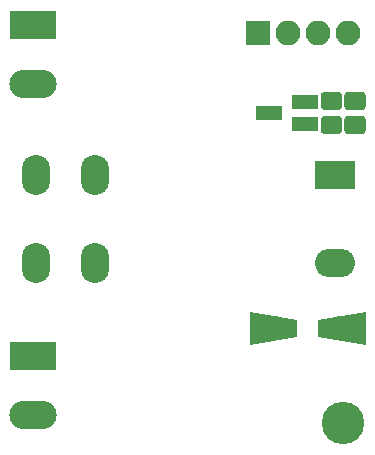
<source format=gbr>
G04 #@! TF.GenerationSoftware,KiCad,Pcbnew,(5.0.1-dev-70-gb7b125d83)*
G04 #@! TF.CreationDate,2018-10-10T22:00:42+02:00*
G04 #@! TF.ProjectId,relay-board,72656C61792D626F6172642E6B696361,rev?*
G04 #@! TF.SameCoordinates,Original*
G04 #@! TF.FileFunction,Soldermask,Top*
G04 #@! TF.FilePolarity,Negative*
%FSLAX46Y46*%
G04 Gerber Fmt 4.6, Leading zero omitted, Abs format (unit mm)*
G04 Created by KiCad (PCBNEW (5.0.1-dev-70-gb7b125d83)) date 10/10/18 22:00:42*
%MOMM*%
%LPD*%
G01*
G04 APERTURE LIST*
%ADD10C,3.600000*%
%ADD11C,2.076870*%
%ADD12C,0.100000*%
%ADD13R,4.000000X2.400000*%
%ADD14O,4.000000X2.400000*%
%ADD15R,2.100000X2.100000*%
%ADD16O,2.100000X2.100000*%
%ADD17R,2.300000X1.200000*%
%ADD18C,1.550000*%
%ADD19R,3.400000X2.400000*%
%ADD20O,3.400000X2.400000*%
%ADD21O,2.400000X3.400000*%
G04 APERTURE END LIST*
D10*
G04 #@! TO.C,REF\002A\002A*
X104500000Y-111000000D03*
G04 #@! TD*
D11*
G04 #@! TO.C,D1*
X104400000Y-103000000D03*
D12*
G36*
X106400000Y-101613908D02*
X106400000Y-104386092D01*
X102400000Y-103719426D01*
X102400000Y-102280574D01*
X106400000Y-101613908D01*
X106400000Y-101613908D01*
G37*
D11*
X98600000Y-103000000D03*
D12*
G36*
X96600000Y-104386092D02*
X96600000Y-101613908D01*
X100600000Y-102280574D01*
X100600000Y-103719426D01*
X96600000Y-104386092D01*
X96600000Y-104386092D01*
G37*
G04 #@! TD*
D13*
G04 #@! TO.C,J1*
X78200000Y-77300000D03*
D14*
X78200000Y-82300000D03*
G04 #@! TD*
G04 #@! TO.C,J2*
X78200000Y-110300000D03*
D13*
X78200000Y-105300000D03*
G04 #@! TD*
D15*
G04 #@! TO.C,J3*
X97250000Y-78000000D03*
D16*
X99790000Y-78000000D03*
X102330000Y-78000000D03*
X104870000Y-78000000D03*
G04 #@! TD*
D17*
G04 #@! TO.C,Q1*
X101250000Y-85700000D03*
X101250000Y-83800000D03*
X98250000Y-84750000D03*
G04 #@! TD*
D12*
G04 #@! TO.C,R1*
G36*
X106096071Y-82951623D02*
X106128781Y-82956475D01*
X106160857Y-82964509D01*
X106191991Y-82975649D01*
X106221884Y-82989787D01*
X106250247Y-83006787D01*
X106276807Y-83026485D01*
X106301308Y-83048692D01*
X106323515Y-83073193D01*
X106343213Y-83099753D01*
X106360213Y-83128116D01*
X106374351Y-83158009D01*
X106385491Y-83189143D01*
X106393525Y-83221219D01*
X106398377Y-83253929D01*
X106400000Y-83286956D01*
X106400000Y-84163044D01*
X106398377Y-84196071D01*
X106393525Y-84228781D01*
X106385491Y-84260857D01*
X106374351Y-84291991D01*
X106360213Y-84321884D01*
X106343213Y-84350247D01*
X106323515Y-84376807D01*
X106301308Y-84401308D01*
X106276807Y-84423515D01*
X106250247Y-84443213D01*
X106221884Y-84460213D01*
X106191991Y-84474351D01*
X106160857Y-84485491D01*
X106128781Y-84493525D01*
X106096071Y-84498377D01*
X106063044Y-84500000D01*
X104936956Y-84500000D01*
X104903929Y-84498377D01*
X104871219Y-84493525D01*
X104839143Y-84485491D01*
X104808009Y-84474351D01*
X104778116Y-84460213D01*
X104749753Y-84443213D01*
X104723193Y-84423515D01*
X104698692Y-84401308D01*
X104676485Y-84376807D01*
X104656787Y-84350247D01*
X104639787Y-84321884D01*
X104625649Y-84291991D01*
X104614509Y-84260857D01*
X104606475Y-84228781D01*
X104601623Y-84196071D01*
X104600000Y-84163044D01*
X104600000Y-83286956D01*
X104601623Y-83253929D01*
X104606475Y-83221219D01*
X104614509Y-83189143D01*
X104625649Y-83158009D01*
X104639787Y-83128116D01*
X104656787Y-83099753D01*
X104676485Y-83073193D01*
X104698692Y-83048692D01*
X104723193Y-83026485D01*
X104749753Y-83006787D01*
X104778116Y-82989787D01*
X104808009Y-82975649D01*
X104839143Y-82964509D01*
X104871219Y-82956475D01*
X104903929Y-82951623D01*
X104936956Y-82950000D01*
X106063044Y-82950000D01*
X106096071Y-82951623D01*
X106096071Y-82951623D01*
G37*
D18*
X105500000Y-83725000D03*
D12*
G36*
X106096071Y-85001623D02*
X106128781Y-85006475D01*
X106160857Y-85014509D01*
X106191991Y-85025649D01*
X106221884Y-85039787D01*
X106250247Y-85056787D01*
X106276807Y-85076485D01*
X106301308Y-85098692D01*
X106323515Y-85123193D01*
X106343213Y-85149753D01*
X106360213Y-85178116D01*
X106374351Y-85208009D01*
X106385491Y-85239143D01*
X106393525Y-85271219D01*
X106398377Y-85303929D01*
X106400000Y-85336956D01*
X106400000Y-86213044D01*
X106398377Y-86246071D01*
X106393525Y-86278781D01*
X106385491Y-86310857D01*
X106374351Y-86341991D01*
X106360213Y-86371884D01*
X106343213Y-86400247D01*
X106323515Y-86426807D01*
X106301308Y-86451308D01*
X106276807Y-86473515D01*
X106250247Y-86493213D01*
X106221884Y-86510213D01*
X106191991Y-86524351D01*
X106160857Y-86535491D01*
X106128781Y-86543525D01*
X106096071Y-86548377D01*
X106063044Y-86550000D01*
X104936956Y-86550000D01*
X104903929Y-86548377D01*
X104871219Y-86543525D01*
X104839143Y-86535491D01*
X104808009Y-86524351D01*
X104778116Y-86510213D01*
X104749753Y-86493213D01*
X104723193Y-86473515D01*
X104698692Y-86451308D01*
X104676485Y-86426807D01*
X104656787Y-86400247D01*
X104639787Y-86371884D01*
X104625649Y-86341991D01*
X104614509Y-86310857D01*
X104606475Y-86278781D01*
X104601623Y-86246071D01*
X104600000Y-86213044D01*
X104600000Y-85336956D01*
X104601623Y-85303929D01*
X104606475Y-85271219D01*
X104614509Y-85239143D01*
X104625649Y-85208009D01*
X104639787Y-85178116D01*
X104656787Y-85149753D01*
X104676485Y-85123193D01*
X104698692Y-85098692D01*
X104723193Y-85076485D01*
X104749753Y-85056787D01*
X104778116Y-85039787D01*
X104808009Y-85025649D01*
X104839143Y-85014509D01*
X104871219Y-85006475D01*
X104903929Y-85001623D01*
X104936956Y-85000000D01*
X106063044Y-85000000D01*
X106096071Y-85001623D01*
X106096071Y-85001623D01*
G37*
D18*
X105500000Y-85775000D03*
G04 #@! TD*
D12*
G04 #@! TO.C,R2*
G36*
X104096071Y-82951623D02*
X104128781Y-82956475D01*
X104160857Y-82964509D01*
X104191991Y-82975649D01*
X104221884Y-82989787D01*
X104250247Y-83006787D01*
X104276807Y-83026485D01*
X104301308Y-83048692D01*
X104323515Y-83073193D01*
X104343213Y-83099753D01*
X104360213Y-83128116D01*
X104374351Y-83158009D01*
X104385491Y-83189143D01*
X104393525Y-83221219D01*
X104398377Y-83253929D01*
X104400000Y-83286956D01*
X104400000Y-84163044D01*
X104398377Y-84196071D01*
X104393525Y-84228781D01*
X104385491Y-84260857D01*
X104374351Y-84291991D01*
X104360213Y-84321884D01*
X104343213Y-84350247D01*
X104323515Y-84376807D01*
X104301308Y-84401308D01*
X104276807Y-84423515D01*
X104250247Y-84443213D01*
X104221884Y-84460213D01*
X104191991Y-84474351D01*
X104160857Y-84485491D01*
X104128781Y-84493525D01*
X104096071Y-84498377D01*
X104063044Y-84500000D01*
X102936956Y-84500000D01*
X102903929Y-84498377D01*
X102871219Y-84493525D01*
X102839143Y-84485491D01*
X102808009Y-84474351D01*
X102778116Y-84460213D01*
X102749753Y-84443213D01*
X102723193Y-84423515D01*
X102698692Y-84401308D01*
X102676485Y-84376807D01*
X102656787Y-84350247D01*
X102639787Y-84321884D01*
X102625649Y-84291991D01*
X102614509Y-84260857D01*
X102606475Y-84228781D01*
X102601623Y-84196071D01*
X102600000Y-84163044D01*
X102600000Y-83286956D01*
X102601623Y-83253929D01*
X102606475Y-83221219D01*
X102614509Y-83189143D01*
X102625649Y-83158009D01*
X102639787Y-83128116D01*
X102656787Y-83099753D01*
X102676485Y-83073193D01*
X102698692Y-83048692D01*
X102723193Y-83026485D01*
X102749753Y-83006787D01*
X102778116Y-82989787D01*
X102808009Y-82975649D01*
X102839143Y-82964509D01*
X102871219Y-82956475D01*
X102903929Y-82951623D01*
X102936956Y-82950000D01*
X104063044Y-82950000D01*
X104096071Y-82951623D01*
X104096071Y-82951623D01*
G37*
D18*
X103500000Y-83725000D03*
D12*
G36*
X104096071Y-85001623D02*
X104128781Y-85006475D01*
X104160857Y-85014509D01*
X104191991Y-85025649D01*
X104221884Y-85039787D01*
X104250247Y-85056787D01*
X104276807Y-85076485D01*
X104301308Y-85098692D01*
X104323515Y-85123193D01*
X104343213Y-85149753D01*
X104360213Y-85178116D01*
X104374351Y-85208009D01*
X104385491Y-85239143D01*
X104393525Y-85271219D01*
X104398377Y-85303929D01*
X104400000Y-85336956D01*
X104400000Y-86213044D01*
X104398377Y-86246071D01*
X104393525Y-86278781D01*
X104385491Y-86310857D01*
X104374351Y-86341991D01*
X104360213Y-86371884D01*
X104343213Y-86400247D01*
X104323515Y-86426807D01*
X104301308Y-86451308D01*
X104276807Y-86473515D01*
X104250247Y-86493213D01*
X104221884Y-86510213D01*
X104191991Y-86524351D01*
X104160857Y-86535491D01*
X104128781Y-86543525D01*
X104096071Y-86548377D01*
X104063044Y-86550000D01*
X102936956Y-86550000D01*
X102903929Y-86548377D01*
X102871219Y-86543525D01*
X102839143Y-86535491D01*
X102808009Y-86524351D01*
X102778116Y-86510213D01*
X102749753Y-86493213D01*
X102723193Y-86473515D01*
X102698692Y-86451308D01*
X102676485Y-86426807D01*
X102656787Y-86400247D01*
X102639787Y-86371884D01*
X102625649Y-86341991D01*
X102614509Y-86310857D01*
X102606475Y-86278781D01*
X102601623Y-86246071D01*
X102600000Y-86213044D01*
X102600000Y-85336956D01*
X102601623Y-85303929D01*
X102606475Y-85271219D01*
X102614509Y-85239143D01*
X102625649Y-85208009D01*
X102639787Y-85178116D01*
X102656787Y-85149753D01*
X102676485Y-85123193D01*
X102698692Y-85098692D01*
X102723193Y-85076485D01*
X102749753Y-85056787D01*
X102778116Y-85039787D01*
X102808009Y-85025649D01*
X102839143Y-85014509D01*
X102871219Y-85006475D01*
X102903929Y-85001623D01*
X102936956Y-85000000D01*
X104063044Y-85000000D01*
X104096071Y-85001623D01*
X104096071Y-85001623D01*
G37*
D18*
X103500000Y-85775000D03*
G04 #@! TD*
D19*
G04 #@! TO.C,K1*
X103800000Y-90000000D03*
D20*
X103800000Y-97500000D03*
D21*
X83500000Y-90000000D03*
X78460000Y-97500000D03*
X83500000Y-97500000D03*
X78460000Y-90000000D03*
G04 #@! TD*
M02*

</source>
